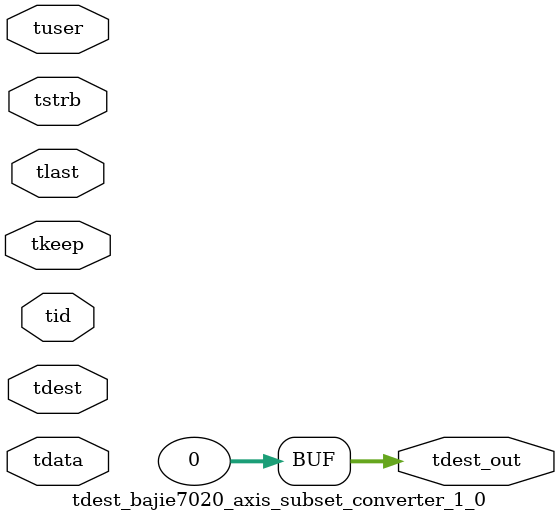
<source format=v>


`timescale 1ps/1ps

module tdest_bajie7020_axis_subset_converter_1_0 #
(
parameter C_S_AXIS_TDATA_WIDTH = 32,
parameter C_S_AXIS_TUSER_WIDTH = 0,
parameter C_S_AXIS_TID_WIDTH   = 0,
parameter C_S_AXIS_TDEST_WIDTH = 0,
parameter C_M_AXIS_TDEST_WIDTH = 32
)
(
input  [(C_S_AXIS_TDATA_WIDTH == 0 ? 1 : C_S_AXIS_TDATA_WIDTH)-1:0     ] tdata,
input  [(C_S_AXIS_TUSER_WIDTH == 0 ? 1 : C_S_AXIS_TUSER_WIDTH)-1:0     ] tuser,
input  [(C_S_AXIS_TID_WIDTH   == 0 ? 1 : C_S_AXIS_TID_WIDTH)-1:0       ] tid,
input  [(C_S_AXIS_TDEST_WIDTH == 0 ? 1 : C_S_AXIS_TDEST_WIDTH)-1:0     ] tdest,
input  [(C_S_AXIS_TDATA_WIDTH/8)-1:0 ] tkeep,
input  [(C_S_AXIS_TDATA_WIDTH/8)-1:0 ] tstrb,
input                                                                    tlast,
output [C_M_AXIS_TDEST_WIDTH-1:0] tdest_out
);

assign tdest_out = {1'b0};

endmodule


</source>
